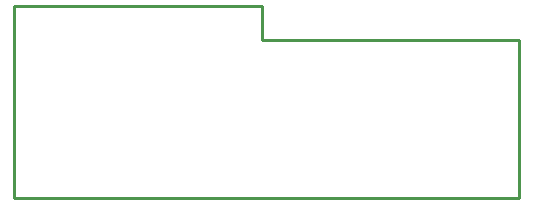
<source format=gko>
G04 Layer_Color=16711935*
%FSLAX43Y43*%
%MOMM*%
G71*
G01*
G75*
%ADD15C,0.254*%
D15*
X0Y0D02*
Y16250D01*
Y0D02*
X42750D01*
X0Y16250D02*
X21000D01*
X42750Y0D02*
Y13375D01*
X21000D02*
Y16250D01*
Y13375D02*
X42750D01*
M02*

</source>
